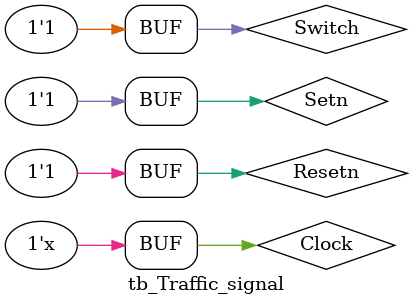
<source format=v>

`timescale 10ps/1ps
module tb_Traffic_signal;

	reg Switch,Setn,Resetn,Clock;  
	
	wire [3:0] Q;		       
	wire EW_G,EW_Y,EW_R,NS_G,NS_Y,NS_R;
	
	Traffic_signal test(EW_G,EW_Y,EW_R,NS_G,NS_Y,NS_R,Q,Switch,Setn,Resetn,Clock);

	initial
	begin
		
		Switch<=1;
		Setn <= 1;
		Resetn <= 0;
		Clock <= 0;

		#1 Resetn <= 1;
		#40 Switch <= 0;
		#40 Switch <= 1;
	end
 
	always
		#1 Clock = ~Clock;

	always
	begin
		if(Switch==0&&Q==4'b0000) 
			#1 Resetn<=0;
		else                       
			#1 Resetn<=1;
	end

	
endmodule

</source>
